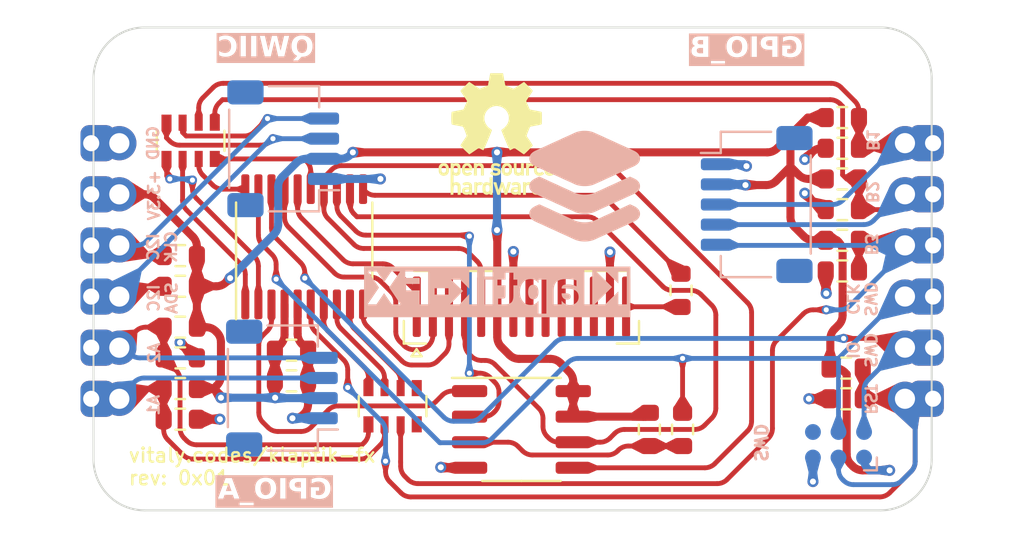
<source format=kicad_pcb>
(kicad_pcb (version 20221018) (generator pcbnew)
  (title_block (title "Klaptik-FX") (date "2023-01-15") (rev "0x01"))
  (layers (0 "F.Cu" signal) (1 "In1.Cu" signal) (2 "In2.Cu" signal) (31 "B.Cu" signal) (34 "B.Paste" user) (35 "F.Paste" user) (36 "B.SilkS" user "B.Silkscreen") (37 "F.SilkS" user "F.Silkscreen") (38 "B.Mask" user) (39 "F.Mask" user) (44 "Edge.Cuts" user))
  (net 0 "")
  (net 1 "VDD")
  (net 2 "GND")
  (net 3 "/RESET")
  (net 4 "/GPIO_A2")
  (net 5 "/GPIO_A1")
  (net 6 "/GPIO_B3")
  (net 7 "/GPIO_B2")
  (net 8 "/GPIO_B1")
  (net 9 "/I2C_SDA")
  (net 10 "/I2C_SCL")
  (net 11 "/SWD_IO")
  (net 12 "/SWD_CLK")
  (net 14 "/LCD_BLK")
  (net 15 "Net-(U2-LED_A)")
  (net 18 "Net-(RN1-R3.2)")
  (net 19 "Net-(RN1-R2.2)")
  (net 20 "Net-(RN1-R1.2)")
  (net 21 "Net-(RN2-R1.1)")
  (net 22 "Net-(RN2-R2.1)")
  (net 23 "Net-(RN2-R3.1)")
  (net 24 "Net-(RN2-R4.1)")
  (net 25 "/FLASH_CS")
  (net 26 "/LCD_A0")
  (net 27 "/SPI_CLK")
  (net 28 "/SPI_MISO")
  (net 29 "/SPI_MOSI")
  (net 30 "/LCD_CS")
  (net 31 "/LCD_RESET")
  (net 37 "Net-(U3-~{W})")
  (footprint "Resistor_SMD:R_0603_1608Metric" (layer "F.Cu") (at 146.495 100.838)
    (fp_text reference "R6" hide)
    (fp_text value "10KΩ")
  )
  (footprint "Resistor_SMD:R_0603_1608Metric" (layer "F.Cu") (at 119.126 107.823)
    (fp_text reference "C1" hide)
    (fp_text value "10uF")
  )
  (footprint "Resistor_SMD:R_0603_1608Metric" (layer "F.Cu") (at 146.495 102.362 180)
    (fp_text reference "C6" hide)
    (fp_text value "100nF")
  )
  (footprint "Footprints:SolderConnector" (layer "F.Cu") (at 149.606 102.362 90)
    (fp_text reference locked "J3" hide)
    (fp_text value "Conn_01x06")
  )
  (footprint "Package_SO:TSSOP-20_4.4x6.5mm_P0.65mm" (layer "F.Cu") (at 119.757 101.1605 90)
    (fp_text reference "U1" hide)
    (fp_text value "STM32G0xxFx")
  )
  (footprint "Resistor_SMD:R_0603_1608Metric" (layer "F.Cu") (at 136.906 110.236 -90)
    (fp_text reference "R10" hide)
    (fp_text value "10KΩ")
  )
  (footprint "Resistor_SMD:R_0603_1608Metric" (layer "F.Cu") (at 138.4808 103.3272 -90)
    (fp_text reference "R9" hide)
    (fp_text value "0Ω")
  )
  (footprint "Resistor_SMD:R_0603_1608Metric" (layer "F.Cu") (at 113.601 105.156 180)
    (fp_text reference "R4" hide)
    (fp_text value "10KΩ")
  )
  (footprint "Resistor_SMD:R_0603_1608Metric" (layer "F.Cu") (at 146.495 94.742)
    (fp_text reference "R8" hide)
    (fp_text value "10KΩ")
  )
  (footprint "Resistor_SMD:R_0603_1608Metric" (layer "F.Cu") (at 138.557 110.236 -90)
    (fp_text reference "R11" hide)
    (fp_text value "DNP")
  )
  (footprint "Resistor_SMD:R_0603_1608Metric" (layer "F.Cu") (at 113.601 106.68)
    (fp_text reference "C4" hide)
    (fp_text value "100nF")
  )
  (footprint "Resistor_SMD:R_0603_1608Metric" (layer "F.Cu") (at 146.495 96.266 180)
    (fp_text reference "C8" hide)
    (fp_text value "100nF")
  )
  (footprint "Resistor_SMD:R_0603_1608Metric" (layer "F.Cu") (at 119.126 106.299)
    (fp_text reference "C2" hide)
    (fp_text value "100nF")
  )
  (footprint "Footprints:SolderConnector" (layer "F.Cu") (at 110.572 102.365 -90)
    (fp_text reference "J4" hide)
    (fp_text value "Conn_01x06")
  )
  (footprint "Resistor_SMD:R_0603_1608Metric" (layer "F.Cu") (at 146.495 97.79)
    (fp_text reference "R7" hide)
    (fp_text value "10KΩ")
  )
  (footprint "Resistor_SMD:R_0603_1608Metric" (layer "F.Cu") (at 113.601 101.6 180)
    (fp_text reference "R1" hide)
    (fp_text value "4.7KΩ")
  )
  (footprint "Resistor_SMD:R_0603_1608Metric" (layer "F.Cu") (at 113.601 103.124 180)
    (fp_text reference "R2" hide)
    (fp_text value "4.7KΩ")
  )
  (footprint "Resistor_SMD:R_0603_1608Metric" (layer "F.Cu") (at 113.601 109.728)
    (fp_text reference "C5" hide)
    (fp_text value "100nF")
  )
  (footprint "Package_SO:SO-8_3.9x4.9mm_P1.27mm" (layer "F.Cu") (at 130.55 110.236)
    (fp_text reference "U3" hide)
    (fp_text value "M95M01-DF")
  )
  (footprint "Resistor_SMD:R_0603_1608Metric" (layer "F.Cu") (at 146.685 108.712 180)
    (fp_text reference "C3" hide)
    (fp_text value "100nF")
  )
  (footprint "Resistor_SMD:R_0603_1608Metric" (layer "F.Cu") (at 146.495 99.314 180)
    (fp_text reference "C7" hide)
    (fp_text value "100nF")
  )
  (footprint "Resistor_SMD:R_0603_1608Metric" (layer "F.Cu") (at 113.601 108.204 180)
    (fp_text reference "R5" hide)
    (fp_text value "10KΩ")
  )
  (footprint "Resistor_SMD:R_0603_1608Metric" (layer "F.Cu") (at 146.685 107.188)
    (fp_text reference "R3" hide)
    (fp_text value "10KΩ")
  )
  (footprint "@jb:LCD_FPC_1x14_P0.80mm" (layer "F.Cu") (at 130.55 104.648 180)
    (fp_text reference "U2" hide)
    (fp_text value "LCD12864")
  )
  (footprint "Symbol:OSHW-Logo_5.7x6mm_SilkScreen" (layer "F.Cu") (at 129.3114 95.5548)
    (fp_text reference "REF**" hide)
    (fp_text value "OSHW-Logo_5.7x6mm_SilkScreen" hide)
  )
  (footprint "Resistor_SMD:R_Array_Convex_4x0603" (layer "F.Cu") (at 114.116 95.896 90)
    (fp_text reference "RN2" hide)
    (fp_text value "190Ω")
  )
  (footprint "Resistor_SMD:R_Array_Convex_4x0603" (layer "F.Cu") (at 124.149 109.082 90)
    (fp_text reference "RN1" hide)
    (fp_text value "190Ω")
  )
  (footprint "Connector:Tag-Connect_TC2030-IDC-NL_2x03_P1.27mm_Vertical" (layer "B.Cu") (at 146.304 110.998 180)
    (fp_text reference "J2" hide)
    (fp_text value "TagConnect")
  )
  (footprint "Connector_JST:JST_SH_SM04B-SRSS-TB_1x04-1MP_P1.00mm_Horizontal" (layer "B.Cu") (at 118.715 96.29 90)
    (fp_text reference "J1" hide)
    (fp_text value "QWIIC")
  )
  (footprint "Connector_JST:JST_SH_SM04B-SRSS-TB_1x04-1MP_P1.00mm_Horizontal" (layer "B.Cu") (at 118.65 108.18 90)
    (fp_text reference "J6" hide)
    (fp_text value "IO_A")
  )
  (footprint "Connector_JST:JST_SH_SM05B-SRSS-TB_1x05-1MP_P1.00mm_Horizontal" (layer "B.Cu") (at 142.24 99.06 -90)
    (fp_text reference "J5" hide)
    (fp_text value "IO_B")
  )
  (gr_poly (pts (xy 133.755144 95.398301) (xy 133.818688 95.402673) (xy 133.881422 95.409959) (xy 133.942941 95.42016) (xy 134.002839 95.433276) (xy 134.060711 95.449306) (xy 134.116151 95.46825) (xy 134.168753 95.49011) (xy 136.144793 96.390619) (xy 136.162951 96.399208) (xy 136.183419 96.409673) (xy 136.205716 96.422055) (xy 136.229363 96.436394) (xy 136.253879 96.45273) (xy 136.278783 96.471105) (xy 136.303595 96.491558) (xy 136.327835 96.51413) (xy 136.339591 96.526223) (xy 136.351023 96.538861) (xy 136.362072 96.55205) (xy 136.372677 96.565793) (xy 136.382779 96.580096) (xy 136.392318 96.594965) (xy 136.401234 96.610404) (xy 136.409465 96.626418) (xy 136.416954 96.643013) (xy 136.423638 96.660193) (xy 136.429459 96.677964) (xy 136.434357 96.69633) (xy 136.43827 96.715297) (xy 136.44114 96.73487) (xy 136.442906 96.755053) (xy 136.443508 96.775852) (xy 136.442906 96.79665) (xy 136.44114 96.81683) (xy 136.43827 96.836398) (xy 136.434357 96.855358) (xy 136.429459 96.873715) (xy 136.423638 96.891476) (xy 136.416954 96.908645) (xy 136.409465 96.925228) (xy 136.401234 96.941229) (xy 136.392318 96.956655) (xy 136.382779 96.97151) (xy 136.372677 96.9858) (xy 136.362072 96.999529) (xy 136.351023 97.012704) (xy 136.327835 97.037409) (xy 136.303595 97.059958) (xy 136.278783 97.080393) (xy 136.253878 97.098755) (xy 136.229363 97.115087) (xy 136.205716 97.129431) (xy 136.183419 97.141828) (xy 136.144793 97.160953) (xy 134.186877 98.053657) (xy 134.160428 98.065143) (xy 134.133109 98.075889) (xy 134.10498 98.085893) (xy 134.076097 98.095156) (xy 134.046519 98.103678) (xy 134.016304 98.111458) (xy 133.985509 98.118498) (xy 133.954192 98.124797) (xy 133.922412 98.130355) (xy 133.890227 98.135172) (xy 133.857694 98.139247) (xy 133.824871 98.142582) (xy 133.791816 98.145176) (xy 133.758588 98.147028) (xy 133.725244 98.14814) (xy 133.691841 98.14851) (xy 133.658439 98.14814) (xy 133.625094 98.147028) (xy 133.591865 98.145176) (xy 133.558808 98.142582) (xy 133.525981 98.139247) (xy 133.493442 98.135172) (xy 133.461248 98.130355) (xy 133.429458 98.124797) (xy 133.398127 98.118498) (xy 133.367315 98.111458) (xy 133.337078 98.103678) (xy 133.307474 98.095156) (xy 133.278561 98.085893) (xy 133.250396 98.075889) (xy 133.223037 98.065143) (xy 133.196542 98.053657) (xy 131.238625 97.160821) (xy 131.220514 97.152255) (xy 131.200087 97.14181) (xy 131.177825 97.129447) (xy 131.154208 97.115124) (xy 131.129718 97.098803) (xy 131.104835 97.080442) (xy 131.080041 97.060002) (xy 131.055814 97.037442) (xy 131.044065 97.025355) (xy 131.032638 97.012723) (xy 131.021593 96.999541) (xy 131.010992 96.985805) (xy 131.000893 96.971508) (xy 130.991356 96.956646) (xy 130.982443 96.941214) (xy 130.974213 96.925207) (xy 130.966726 96.908621) (xy 130.960043 96.891449) (xy 130.954222 96.873687) (xy 130.949326 96.85533) (xy 130.945412 96.836374) (xy 130.942543 96.816812) (xy 130.940777 96.796639) (xy 130.940175 96.775852) (xy 130.940777 96.755066) (xy 130.942543 96.734896) (xy 130.945413 96.715337) (xy 130.949326 96.696385) (xy 130.954223 96.678033) (xy 130.960044 96.660277) (xy 130.966729 96.643111) (xy 130.974217 96.62653) (xy 130.982449 96.61053) (xy 130.991364 96.595104) (xy 131.000903 96.580248) (xy 131.011006 96.565956) (xy 131.021611 96.552223) (xy 131.03266 96.539045) (xy 131.055847 96.514328) (xy 131.080088 96.491765) (xy 131.1049 96.471314) (xy 131.129804 96.452933) (xy 131.15432 96.43658) (xy 131.177967 96.422214) (xy 131.200264 96.409793) (xy 131.23889 96.390619) (xy 133.213739 95.49011) (xy 133.266318 95.46825) (xy 133.321738 95.449306) (xy 133.379592 95.433276) (xy 133.439476 95.42016) (xy 133.500985 95.409959) (xy 133.563711 95.402673) (xy 133.62725 95.398301) (xy 133.691196 95.396844)) (fill solid) (layer "B.SilkS"))
  (gr_poly (pts (xy 136.143999 99.138052) (xy 136.182963 99.157282) (xy 136.205389 99.169737) (xy 136.22914 99.184141) (xy 136.253738 99.200537) (xy 136.278705 99.218966) (xy 136.303564 99.23947) (xy 136.327836 99.262092) (xy 136.351042 99.286873) (xy 136.362097 99.300087) (xy 136.372705 99.313857) (xy 136.382809 99.328187) (xy 136.392348 99.343083) (xy 136.401261 99.358551) (xy 136.409491 99.374596) (xy 136.416975 99.391222) (xy 136.423656 99.408436) (xy 136.429473 99.426242) (xy 136.434366 99.444646) (xy 136.438276 99.463653) (xy 136.441143 99.483268) (xy 136.442907 99.503496) (xy 136.443508 99.524344) (xy 136.442903 99.545191) (xy 136.441127 99.565421) (xy 136.438241 99.585037) (xy 136.434305 99.604046) (xy 136.42938 99.622451) (xy 136.423526 99.640259) (xy 136.416804 99.657474) (xy 136.409274 99.674102) (xy 136.400996 99.690147) (xy 136.39203 99.705615) (xy 136.382438 99.72051) (xy 136.37228 99.734838) (xy 136.361616 99.748604) (xy 136.350506 99.761812) (xy 136.33901 99.774469) (xy 136.327191 99.786579) (xy 136.302818 99.809178) (xy 136.277872 99.829651) (xy 136.252835 99.848037) (xy 136.228191 99.864379) (xy 136.204422 99.878716) (xy 136.182013 99.891089) (xy 136.161447 99.901539) (xy 136.143206 99.910106) (xy 134.186348 100.804001) (xy 134.15986 100.815524) (xy 134.132522 100.826327) (xy 134.10439 100.836407) (xy 134.07552 100.845762) (xy 134.045969 100.854387) (xy 134.015791 100.862279) (xy 133.985042 100.869435) (xy 133.953779 100.875852) (xy 133.922057 100.881526) (xy 133.889932 100.886455) (xy 133.857459 100.890634) (xy 133.824695 100.894061) (xy 133.791696 100.896732) (xy 133.758517 100.898644) (xy 133.725213 100.899793) (xy 133.691841 100.900177) (xy 133.658452 100.899793) (xy 133.6251 100.898644) (xy 133.591846 100.896733) (xy 133.558752 100.894063) (xy 133.52588 100.890638) (xy 133.493291 100.886462) (xy 133.461047 100.881537) (xy 133.429209 100.875868) (xy 133.39784 100.869458) (xy 133.367001 100.862311) (xy 133.336753 100.854429) (xy 133.307158 100.845817) (xy 133.278278 100.836478) (xy 133.250174 100.826415) (xy 133.222908 100.815632) (xy 133.196542 100.804133) (xy 131.238625 99.909974) (xy 131.200087 99.89093) (xy 131.177825 99.878528) (xy 131.154208 99.864156) (xy 131.129718 99.847776) (xy 131.104835 99.829351) (xy 131.080041 99.808843) (xy 131.055814 99.786215) (xy 131.032638 99.761429) (xy 131.021593 99.748215) (xy 131.010992 99.734447) (xy 131.000893 99.720121) (xy 130.991356 99.705232) (xy 130.982443 99.689775) (xy 130.974213 99.673746) (xy 130.966726 99.65714) (xy 130.960043 99.639952) (xy 130.954222 99.622178) (xy 130.949326 99.603812) (xy 130.945412 99.584851) (xy 130.942543 99.565288) (xy 130.940777 99.545121) (xy 130.940175 99.524344) (xy 130.940777 99.503566) (xy 130.942543 99.483399) (xy 130.945412 99.463837) (xy 130.949326 99.444875) (xy 130.954223 99.426509) (xy 130.960043 99.408734) (xy 130.966728 99.391546) (xy 130.974215 99.374939) (xy 130.982446 99.358909) (xy 130.99136 99.343451) (xy 131.000898 99.328561) (xy 131.010999 99.314233) (xy 131.021602 99.300464) (xy 131.032649 99.287247) (xy 131.044078 99.27458) (xy 131.055831 99.262456) (xy 131.080064 99.239821) (xy 131.104868 99.219304) (xy 131.129761 99.200868) (xy 131.154264 99.184476) (xy 131.177896 99.170089) (xy 131.200176 99.157669) (xy 131.220623 99.147179) (xy 131.238757 99.138581) (xy 131.440105 99.048094) (xy 131.953132 99.281986) (xy 133.1976 99.85084) (xy 133.224075 99.862349) (xy 133.251422 99.873115) (xy 133.27958 99.883136) (xy 133.308491 99.892414) (xy 133.338096 99.900949) (xy 133.368336 99.908741) (xy 133.399151 99.915789) (xy 133.430483 99.922095) (xy 133.462272 99.927659) (xy 133.494459 99.93248) (xy 133.526985 99.936558) (xy 133.559792 99.939895) (xy 133.592819 99.94249) (xy 133.626008 99.944343) (xy 133.6593 99.945455) (xy 133.692635 99.945825) (xy 133.725972 99.945453) (xy 133.759268 99.944338) (xy 133.792465 99.942478) (xy 133.825502 99.939876) (xy 133.85832 99.936532) (xy 133.89086 99.932445) (xy 133.923064 99.927616) (xy 133.95487 99.922046) (xy 133.986221 99.915735) (xy 134.017057 99.908683) (xy 134.047319 99.900891) (xy 134.076947 99.892359) (xy 134.105882 99.883087) (xy 134.134064 99.873077) (xy 134.161435 99.862327) (xy 134.187935 99.85084) (xy 135.431477 99.282647) (xy 135.944371 99.048094)) (fill solid) (layer "B.SilkS"))
  (gr_poly (pts (xy 136.143999 97.762351) (xy 136.182963 97.781521) (xy 136.205389 97.793941) (xy 136.22914 97.808308) (xy 136.253738 97.824667) (xy 136.278705 97.84306) (xy 136.303564 97.863532) (xy 136.327836 97.886126) (xy 136.351042 97.910887) (xy 136.362097 97.924092) (xy 136.372705 97.937856) (xy 136.382809 97.952183) (xy 136.392348 97.967078) (xy 136.401261 97.982548) (xy 136.409491 97.998597) (xy 136.416975 98.015231) (xy 136.423656 98.032456) (xy 136.429473 98.050277) (xy 136.434366 98.068699) (xy 136.438276 98.087728) (xy 136.441143 98.107369) (xy 136.442907 98.127628) (xy 136.443508 98.14851) (xy 136.442903 98.169394) (xy 136.441127 98.189658) (xy 136.438241 98.209306) (xy 136.434305 98.228344) (xy 136.429381 98.246777) (xy 136.423527 98.264611) (xy 136.416805 98.28185) (xy 136.409276 98.2985) (xy 136.400998 98.314566) (xy 136.392034 98.330053) (xy 136.382444 98.344967) (xy 136.372287 98.359311) (xy 136.361624 98.373093) (xy 136.350517 98.386316) (xy 136.339024 98.398987) (xy 136.327207 98.411109) (xy 136.302842 98.433732) (xy 136.277905 98.454226) (xy 136.252878 98.472632) (xy 136.228247 98.488992) (xy 136.204494 98.503348) (xy 136.182102 98.51574) (xy 136.161556 98.526211) (xy 136.143338 98.534802) (xy 134.187141 99.429226) (xy 134.160651 99.440737) (xy 134.133308 99.451507) (xy 134.105167 99.461535) (xy 134.076283 99.470821) (xy 134.046712 99.479366) (xy 134.016508 99.487169) (xy 133.985727 99.49423) (xy 133.954424 99.500548) (xy 133.922655 99.506123) (xy 133.890474 99.510956) (xy 133.857937 99.515046) (xy 133.825099 99.518393) (xy 133.792015 99.520996) (xy 133.758741 99.522856) (xy 133.725331 99.523972) (xy 133.691841 99.524344) (xy 133.658343 99.523972) (xy 133.62491 99.522855) (xy 133.5916 99.520995) (xy 133.558473 99.518391) (xy 133.525587 99.515042) (xy 133.493 99.510949) (xy 133.460772 99.506112) (xy 133.428962 99.500531) (xy 133.397627 99.494206) (xy 133.366827 99.487137) (xy 133.33662 99.479323) (xy 133.307065 99.470766) (xy 133.278221 99.461464) (xy 133.250147 99.451418) (xy 133.222901 99.440628) (xy 133.196542 99.429094) (xy 131.238625 98.534405) (xy 131.200087 98.515312) (xy 131.177825 98.502885) (xy 131.154208 98.48849) (xy 131.129718 98.472087) (xy 131.104835 98.45364) (xy 131.080041 98.433112) (xy 131.055814 98.410464) (xy 131.032638 98.385661) (xy 131.021593 98.372438) (xy 131.010992 98.358663) (xy 131.000893 98.344329) (xy 130.991356 98.329434) (xy 130.982443 98.313971) (xy 130.974213 98.297936) (xy 130.966726 98.281325) (xy 130.960043 98.264132) (xy 130.954222 98.246354) (xy 130.949326 98.227985) (xy 130.945412 98.209021) (xy 130.942543 98.189457) (xy 130.940777 98.169288) (xy 130.940175 98.14851) (xy 130.940777 98.127733) (xy 130.942543 98.107566) (xy 130.945412 98.088003) (xy 130.949326 98.069042) (xy 130.954223 98.050676) (xy 130.960043 98.032901) (xy 130.966728 98.015712) (xy 130.974215 97.999106) (xy 130.982446 97.983076) (xy 130.99136 97.967618) (xy 131.000898 97.952728) (xy 131.010999 97.9384) (xy 131.021602 97.92463) (xy 131.032649 97.911414) (xy 131.044078 97.898746) (xy 131.055831 97.886623) (xy 131.080064 97.863987) (xy 131.104868 97.843471) (xy 131.129761 97.825035) (xy 131.154264 97.808643) (xy 131.177896 97.794256) (xy 131.200176 97.781836) (xy 131.220623 97.771346) (xy 131.238757 97.762748) (xy 131.440105 97.672261) (xy 131.953132 97.906946) (xy 133.1976 98.4758) (xy 133.224075 98.487333) (xy 133.251422 98.498119) (xy 133.27958 98.508158) (xy 133.308491 98.517451) (xy 133.338096 98.525999) (xy 133.368336 98.533801) (xy 133.399151 98.540858) (xy 133.430483 98.547171) (xy 133.462272 98.55274) (xy 133.494459 98.557565) (xy 133.526985 98.561647) (xy 133.559792 98.564985) (xy 133.592819 98.567581) (xy 133.626008 98.569435) (xy 133.6593 98.570547) (xy 133.692635 98.570918) (xy 133.725972 98.570547) (xy 133.759268 98.569435) (xy 133.792465 98.567581) (xy 133.825502 98.564985) (xy 133.85832 98.561647) (xy 133.89086 98.557565) (xy 133.923064 98.55274) (xy 133.95487 98.547171) (xy 133.986221 98.540858) (xy 134.017057 98.533801) (xy 134.047319 98.525999) (xy 134.076947 98.517451) (xy 134.105882 98.508158) (xy 134.134064 98.498119) (xy 134.161435 98.487333) (xy 134.187935 98.4758) (xy 135.431477 97.906946) (xy 135.944371 97.672261)) (fill solid) (layer "B.SilkS"))
  (gr_line (start 150.934148 92.804252) (end 150.934149 111.716549) (stroke (width 0.1)) (layer "Edge.Cuts"))
  (gr_line (start 148.394149 114.256549) (end 111.828851 114.256549) (stroke (width 0.1)) (layer "Edge.Cuts"))
  (gr_arc (start 111.828851 114.256549) (mid 110.0328 113.5126) (end 109.288851 111.716549) (stroke (width 0.1)) (layer "Edge.Cuts"))
  (gr_arc (start 109.288851 92.804251) (mid 110.032799 91.008199) (end 111.828851 90.264251) (stroke (width 0.1)) (layer "Edge.Cuts"))
  (gr_arc (start 148.394148 90.264252) (mid 150.1902 91.0082) (end 150.934148 92.804252) (stroke (width 0.1)) (layer "Edge.Cuts"))
  (gr_line (start 111.828851 90.264251) (end 148.394148 90.264252) (stroke (width 0.1)) (layer "Edge.Cuts"))
  (gr_arc (start 150.934149 111.716549) (mid 150.1902 113.5126) (end 148.394149 114.256549) (stroke (width 0.1)) (layer "Edge.Cuts"))
  (gr_line (start 109.288851 111.716549) (end 109.288851 92.804251) (stroke (width 0.1)) (layer "Edge.Cuts"))
  (gr_text "I2C\nSDA" (at 113.4872 103.7082 90) (layer "B.SilkS") (effects (font (size 0.55 0.55) (thickness 0.12) bold) (justify bottom mirror)))
  (gr_text "RST" (at 147.574 108.7374 270) (layer "B.SilkS") (effects (font (size 0.55 0.55) (thickness 0.12) bold) (justify bottom mirror)))
  (gr_text "+3.3V" (at 112.6236 98.6028 90) (layer "B.SilkS") (effects (font (size 0.55 0.55) (thickness 0.12) bold) (justify bottom mirror)))
  (gr_text "A2" (at 112.6236 105.8672 90) (layer "B.SilkS") (effects (font (size 0.55 0.55) (thickness 0.12) bold) (justify left bottom mirror)))
  (gr_text "Klaptik-FX\n" (at 135.9916 104.2924) (layer "B.SilkS" knockout) (effects (font (size 1.6 1.6) (thickness 0.3) bold) (justify left bottom mirror)))
  (gr_text "SWD\nIO" (at 146.685 106.299 270) (layer "B.SilkS") (effects (font (size 0.55 0.55) (thickness 0.12) bold) (justify bottom mirror)))
  (gr_text "QWIIC" (at 120.2436 91.8718) (layer "B.SilkS" knockout) (effects (font (size 1 1) (thickness 0.25) bold) (justify left bottom mirror)))
  (gr_text "B2" (at 147.6502 99.06 270) (layer "B.SilkS") (effects (font (size 0.55 0.55) (thickness 0.12) bold) (justify left bottom mirror)))
  (gr_text "B3" (at 147.5994 101.0412 270) (layer "B.SilkS") (effects (font (size 0.55 0.55) (thickness 0.12) bold) (justify bottom mirror)))
  (gr_text "SWD\nCLK" (at 146.685 103.759 270) (layer "B.SilkS") (effects (font (size 0.55 0.55) (thickness 0.12) bold) (justify bottom mirror)))
  (gr_text "GPIO_A" (at 121.1326 113.8428) (layer "B.SilkS" knockout) (effects (font (size 1 1) (thickness 0.25) bold) (justify left bottom mirror)))
  (gr_text "I2C\nCLK" (at 113.4618 101.1682 90) (layer "B.SilkS") (effects (font (size 0.55 0.55) (thickness 0.12) bold) (justify bottom mirror)))
  (gr_text "B1" (at 147.6756 96.4692 270) (layer "B.SilkS") (effects (font (size 0.55 0.55) (thickness 0.12) bold) (justify left bottom mirror)))
  (gr_text "A1" (at 112.5982 108.458 90) (layer "B.SilkS") (effects (font (size 0.55 0.55) (thickness 0.12) bold) (justify left bottom mirror)))
  (gr_text "GPIO_B" (at 144.5514 91.8972) (layer "B.SilkS" knockout) (effects (font (size 1 1) (thickness 0.25) bold) (justify left bottom mirror)))
  (gr_text "SWD" (at 142.0876 111.9124 -90) (layer "B.SilkS") (effects (font (size 0.6 0.6) (thickness 0.14) bold) (justify left bottom mirror)))
  (gr_text "GND" (at 112.5728 96.012 90) (layer "B.SilkS") (effects (font (size 0.55 0.55) (thickness 0.12) bold) (justify bottom mirror)))
  (gr_text "vitaly.codes/klaptik-fx\nrev: 0x01" (at 110.9726 113.0554) (layer "F.SilkS") (effects (font (size 0.7 0.7) (thickness 0.12) bold) (justify left bottom)))
  (segment (start 115.2652 108.204) (end 114.426 108.204) (width 0.4) (layer "F.Cu") (net 1))
  (segment (start 131.993251 106.7308) (end 130.439549 106.7308) (width 0.4) (layer "F.Cu") (net 1))
  (segment (start 146.2278 100.838) (end 146.302175 100.912375) (width 0.4) (layer "F.Cu") (net 1))
  (segment (start 143.257826 96.264174) (end 144.78 94.742) (width 0.4) (layer "F.Cu") (net 1))
  (segment (start 115.415774 108.053426) (end 115.2652 108.204) (width 0.4) (layer "F.Cu") (net 1))
  (segment (start 145.67 94.742) (end 144.78 94.742) (width 0.4) (layer "F.Cu") (net 1))
  (segment (start 118.301 106.299) (end 118.301 107.823) (width 0.4) (layer "F.Cu") (net 1))
  (segment (start 114.426 105.156) (end 114.873651 105.156) (width 0.4) (layer "F.Cu") (net 1))
  (segment (start 141.6812 98.0948) (end 142.712051 98.0948) (width 0.4) (layer "F.Cu") (net 1))
  (segment (start 118.576974 106.023026) (end 118.301 106.299) (width 0.4) (layer "F.Cu") (net 1))
  (segment (start 115.368626 105.361026) (end 115.415775 105.408175) (width 0.4) (layer "F.Cu") (net 1))
  (segment (start 115.381651 103.124) (end 114.426 103.124) (width 0.4) (layer "F.Cu") (net 1))
  (segment (start 115.6208 105.903149) (end 115.6208 107.558451) (width 0.4) (layer "F.Cu") (net 1))
  (segment (start 132.919974 107.367574) (end 132.488225 106.935825) (width 0.4) (layer "F.Cu") (net 1))
  (segment (start 147.508349 112.268) (end 148.844 112.268) (width 0.4) (layer "F.Cu") (net 1))
  (segment (start 118.782 104.023) (end 118.782 105.528051) (width 0.4) (layer "F.Cu") (net 1))
  (segment (start 114.220974 100.657374) (end 112.323625 98.760025) (width 0.4) (layer "F.Cu") (net 1))
  (segment (start 133.125 108.331) (end 133.125 107.862549) (width 0.4) (layer "F.Cu") (net 1))
  (segment (start 111.828651 98.555) (end 110.849 98.555) (width 0.4) (layer "F.Cu") (net 1))
  (segment (start 146.610626 107.393026) (end 146.7104 107.4928) (width 0.4) (layer "F.Cu") (net 1))
  (segment (start 146.7104 107.4928) (end 146.7104 111.470051) (width 0.4) (layer "F.Cu") (net 1))
  (segment (start 129.35 105.641251) (end 129.35 104.14) (width 0.4) (layer "F.Cu") (net 1))
  (segment (start 143.9164 99.684451) (end 143.9164 97.1804) (width 0.4) (layer "F.Cu") (net 1))
  (segment (start 146.915426 111.965026) (end 147.013375 112.062975) (width 0.4) (layer "F.Cu") (net 1))
  (segment (start 145.8976 105.750749) (end 145.8976 107.1504) (width 0.4) (layer "F.Cu") (net 1))
  (segment (start 118.301 108.649) (end 118.301 107.823) (width 0.4) (layer "F.Cu") (net 1))
  (segment (start 145.86 107.188) (end 146.115651 107.188) (width 0.4) (layer "F.Cu") (net 1))
  (segment (start 116.078 102.7176) (end 115.876625 102.918975) (width 0.4) (layer "F.Cu") (net 1))
  (segment (start 115.6208 108.5596) (end 115.2652 108.204) (width 0.4) (layer "F.Cu") (net 1))
  (segment (start 133.125 109.601) (end 136.716 109.601) (width 0.4) (layer "F.Cu") (net 1))
  (segment (start 122.174 96.4692) (end 129.3368 96.4692) (width 0.4) (layer "F.Cu") (net 1))
  (segment (start 133.125 108.331) (end 133.125 109.601) (width 0.4) (layer "F.Cu") (net 1))
  (segment (start 144.78 94.742) (end 144.121425 95.400575) (width 0.4) (layer "F.Cu") (net 1))
  (segment (start 129.35 104.14) (end 129.35 100.3432) (width 0.4) (layer "F.Cu") (net 1))
  (segment (start 129.3368 96.4692) (end 142.762851 96.4692) (width 0.4) (layer "F.Cu") (net 1))
  (segment (start 129.35 100.3432) (end 129.3368 100.33) (width 0.4) (layer "F.Cu") (net 1))
  (segment (start 129.944574 106.525774) (end 129.555025 106.136225) (width 0.4) (layer "F.Cu") (net 1))
  (segment (start 145.67 100.838) (end 146.2278 100.838) (width 0.4) (layer "F.Cu") (net 1))
  (segment (start 146.302174 105.056226) (end 146.102625 105.255775) (width 0.4) (layer "F.Cu") (net 1))
  (segment (start 145.67 100.838) (end 145.069949 100.838) (width 0.4) (layer "F.Cu") (net 1))
  (segment (start 143.9164 97.1804) (end 144.320975 97.584975) (width 0.4) (layer "F.Cu") (net 1))
  (segment (start 136.716 109.601) (end 136.906 109.411) (width 0.4) (layer "F.Cu") (net 1))
  (segment (start 143.207026 97.889774) (end 143.9164 97.1804) (width 0.4) (layer "F.Cu") (net 1))
  (segment (start 144.574974 100.632974) (end 144.121425 100.179425) (width 0.4) (layer "F.Cu") (net 1))
  (segment (start 114.426 103.124) (end 114.426 105.156) (width 0.4) (layer "F.Cu") (net 1))
  (segment (start 114.426 101.6) (end 114.426 103.124) (width 0.4) (layer "F.Cu") (net 1))
  (segment (start 115.6208 108.6612) (end 115.6208 108.5596) (width 0.4) (layer "F.Cu") (net 1))
  (segment (start 114.426 101.6) (end 114.426 101.152349) (width 0.4) (layer "F.Cu") (net 1))
  (segment (start 143.9164 95.895549) (end 143.9164 97.1804) (width 0.4) (layer "F.Cu") (net 1))
  (segment (start 146.5072 101.407349) (end 146.5072 104.561251) (width 0.4) (layer "F.Cu") (net 1))
  (segment (start 118.3132 108.6612) (end 118.301 108.649) (width 0.4) (layer "F.Cu") (net 1))
  (segment (start 144.815949 97.79) (end 145.67 97.79) (width 0.4) (layer "F.Cu") (net 1))
  (via (at 122.174 96.4692) (size 0.55) (drill 0.3) (layers "F.Cu" "B.Cu") (net 1))
  (via (at 148.844 112.268) (size 0.55) (drill 0.3) (layers "F.Cu" "B.Cu") (net 1))
  (via (at 116.078 102.7176) (size 0.55) (drill 0.3) (layers "F.Cu" "B.Cu") (net 1))
  (via (at 141.6812 98.0948) (size 0.55) (drill 0.3) (layers "F.Cu" "B.Cu") (net 1))
  (via (at 129.3368 100.33) (size 0.55) (drill 0.3) (layers "F.Cu" "B.Cu") (net 1))
  (via (at 129.3368 96.4692) (size 0.55) (drill 0.3) (layers "F.Cu" "B.Cu") (net 1))
  (via (at 118.3132 108.6612) (size 0.55) (drill 0.3) (layers "F.Cu" "B.Cu") (net 1))
  (via (at 115.6208 108.6612) (size 0.55) (drill 0.3) (layers "F.Cu" "B.Cu") (net 1))
  (arc (start 132.488225 106.935825) (mid 132.261129 106.784085) (end 131.993251 106.7308) (width 0.4) (layer "F.Cu") (net 1))
  (arc (start 114.873651 105.156) (mid 115.14153 105.209284) (end 115.368626 105.361026) (width 0.4) (layer "F.Cu") (net 1))
  (arc (start 142.762851 96.4692) (mid 143.03073 96.415916) (end 143.257826 96.264174) (width 0.4) (layer "F.Cu") (net 1))
  (arc (start 112.323625 98.760025) (mid 112.096529 98.608285) (end 111.828651 98.555) (width 0.4) (layer "F.Cu") (net 1))
  (arc (start 144.121425 95.400575) (mid 143.969685 95.627671) (end 143.9164 95.895549) (width 0.4) (layer "F.Cu") (net 1))
  (arc (start 144.815949 97.79) (mid 144.548071 97.736716) (end 144.320975 97.584975) (width 0.4) (layer "F.Cu") (net 1))
  (arc (start 132.919974 107.367574) (mid 133.071715 107.59467) (end 133.125 107.862549) (width 0.4) (layer "F.Cu") (net 1))
  (arc (start 115.415775 105.408175) (mid 115.567515 105.635271) (end 115.6208 105.903149) (width 0.4) (layer "F.Cu") (net 1))
  (arc (start 146.102625 105.255775) (mid 145.950885 105.482871) (end 145.8976 105.750749) (width 0.4) (layer "F.Cu") (net 1))
  (arc (start 147.013375 112.062975) (mid 147.240471 112.214715) (end 147.508349 112.268) (width 0.4) (layer "F.Cu") (net 1))
  (arc (start 129.555025 106.136225) (mid 129.403285 105.909129) (end 129.35 105.641251) (width 0.4) (layer "F.Cu") (net 1))
  (arc (start 129.944574 106.525774) (mid 130.17167 106.677515) (end 130.439549 106.7308) (width 0.4) (layer "F.Cu") (net 1))
  (arc (start 144.121425 100.179425) (mid 143.969685 99.952329) (end 143.9164 99.684451) (width 0.4) (layer "F.Cu") (net 1))
  (arc (start 146.115651 107.188) (mid 146.38353 107.241284) (end 146.610626 107.393026) (width 0.4) (layer "F.Cu") (net 1))
  (arc (start 114.426 101.152349) (mid 114.372716 100.88447) (end 114.220974 100.657374) (width 0.4) (layer "F.Cu") (net 1))
  (arc (start 146.5072 104.561251) (mid 146.453916 104.82913) (end 146.302174 105.056226) (width 0.4) (layer "F.Cu") (net 1))
  (arc (start 146.5072 101.407349) (mid 146.453916 101.139471) (end 146.302175 100.912375) (width 0.4) (layer "F.Cu") (net 1))
  (arc (start 115.415774 108.053426) (mid 115.567515 107.82633) (end 115.6208 107.558451) (width 0.4) (layer "F.Cu") (net 1))
  (arc (start 118.576974 106.023026) (mid 118.728715 105.79593) (end 118.782 105.528051) (width 0.4) (layer "F.Cu") (net 1))
  (arc (start 115.876625 102.918975) (mid 115.649529 103.070715) (end 115.381651 103.124) (width 0.4) (layer "F.Cu") (net 1))
  (arc (start 143.207026 97.889774) (mid 142.97993 98.041515) (end 142.712051 98.0948) (width 0.4) (layer "F.Cu") (net 1))
  (arc (start 144.574974 100.632974) (mid 144.80207 100.784715) (end 145.069949 100.838) (width 0.4) (layer "F.Cu") (net 1))
  (arc (start 146.915426 111.965026) (mid 146.763685 111.73793) (end 146.7104 111.470051) (width 0.4) (layer "F.Cu") (net 1))
  (segment (start 129.3368 100.33) (end 129.3368 96.4692) (width 0.4) (layer "B.Cu") (net 1))
  (segment (start 118.3132 108.6612) (end 115.6208 108.6612) (width 0.4) (layer "B.Cu") (net 1))
  (segment (start 118.670626 97.686574) (end 119.362175 96.995025) (width 0.4) (layer "B.Cu") (net 1))
  (segment (start 140.24 98.06) (end 141.6464 98.06) (width 0.4) (layer "B.Cu") (net 1))
  (segment (start 116.078 102.7176) (end 118.260575 100.535025) (width 0.4) (layer "B.Cu") (net 1))
  (segment (start 147.574 111.633) (end 147.574 111.724051) (width 0.4) (layer "B.Cu") (net 1))
  (segment (start 141.6464 98.06) (end 141.6812 98.0948) (width 0.4) (layer "B.Cu") (net 1))
  (segment (start 121.563251 96.79) (end 120.715 96.79) (width 0.4) (layer "B.Cu") (net 1))
  (segment (start 119.857149 96.79) (end 120.715 96.79) (width 0.4) (layer "B.Cu") (net 1))
  (segment (start 147.828 112.268) (end 148.844 112.268) (width 0.4) (layer "B.Cu") (net 1))
  (segment (start 122.174 96.4692) (end 122.058225 96.584975) (width 0.4) (layer "B.Cu") (net 1))
  (segment (start 118.4656 100.040051) (end 118.4656 98.181549) (width 0.4) (layer "B.Cu") (net 1))
  (segment (start 118.3132 108.6612) (end 118.332 108.68) (width 0.4) (layer "B.Cu") (net 1))
  (segment (start 118.332 108.68) (end 120.65 108.68) (width 0.4) (layer "B.Cu") (net 1))
  (segment (start 147.779026 112.219026) (end 147.828 112.268) (width 0.4) (layer "B.Cu") (net 1))
  (arc (start 122.058225 96.584975) (mid 121.831129 96.736715) (end 121.563251 96.79) (width 0.4) (layer "B.Cu") (net 1))
  (arc (start 118.670626 97.686574) (mid 118.518885 97.91367) (end 118.4656 98.181549) (width 0.4) (layer "B.Cu") (net 1))
  (arc (start 147.779026 112.219026) (mid 147.627285 111.99193) (end 147.574 111.724051) (width 0.4) (layer "B.Cu") (net 1))
  (arc (start 118.4656 100.040051) (mid 118.412316 100.307929) (end 118.260575 100.535025) (width 0.4) (layer "B.Cu") (net 1))
  (arc (start 119.362175 96.995025) (mid 119.589271 96.843285) (end 119.857149 96.79) (width 0.4) (layer "B.Cu") (net 1))
  (segment (start 134.95 101.422) (end 134.95 104.14) (width 0.4) (layer "F.Cu") (net 2))
  (segment (start 127.975 112.141) (end 126.5682 112.141) (width 0.4) (layer "F.Cu") (net 2))
  (segment (start 119.734626 109.474974) (end 119.745975 109.463625) (width 0.4) (layer "F.Cu") (net 2))
  (segment (start 119.174 109.68) (end 119.239651 109.68) (width 0.4) (layer "F.Cu") (net 2))
  (segment (start 126.5682 112.141) (end 126.5428 112.1156) (width 0.4) (layer "F.Cu") (net 2))
  (segment (start 145.6944 103.4796) (end 145.67 103.4552) (width 0.4) (layer "F.Cu") (net 2))
  (segment (start 114.426 109.728) (end 115.57 109.728) (width 0.4) (layer "F.Cu") (net 2))
  (segment (start 119.951 106.299) (end 119.951 107.823) (width 0.4) (layer "F.Cu") (net 2))
  (segment (start 119.432 104.023) (end 119.432 105.490051) (width 0.4) (layer "F.Cu") (net 2))
  (segment (start 130.15 101.3968) (end 130.15 104.14) (width 0.4) (layer "F.Cu") (net 2))
  (segment (start 145.86 108.712) (end 144.8308 108.712) (width 0.4) (layer "F.Cu") (net 2))
  (segment (start 145.67 103.4552) (end 145.67 102.362) (width 0.4) (layer "F.Cu") (net 2))
  (segment (start 145.4404 99.314) (end 144.6276 98.5012) (width 0.4) (layer "F.Cu") (net 2))
  (segment (start 145.476349 96.266) (end 145.67 96.266) (width 0.4) (layer "F.Cu") (net 2))
  (segment (start 119.637026 105.985026) (end 119.951 106.299) (width 0.4) (layer "F.Cu") (net 2))
  (segment (start 114.3508 106.68) (end 113.5888 105.918) (width 0.4) (layer "F.Cu") (net 2))
  (segment (start 144.6276 96.8248) (end 144.981375 96.471025) (width 0.4) (layer "F.Cu") (net 2))
  (segment (start 119.951 108.968651) (end 119.951 107.823) (width 0.4) (layer "F.Cu") (net 2))
  (via (at 134.95 101.422) (size 0.55) (drill 0.3) (layers "F.Cu" "B.Cu") (net 2))
  (via (at 144.8308 108.712) (size 0.55) (drill 0.3) (layers "F.Cu" "B.Cu") (net 2))
  (via (at 115.57 109.728) (size 0.55) (drill 0.3) (layers "F.Cu" "B.Cu") (net 2))
  (via (at 119.174 109.68) (size 0.55) (drill 0.3) (layers "F.Cu" "B.Cu") (net 2))
  (via (at 145.034 112.8268) (size 0.55) (drill 0.3) (layers "F.Cu" "B.Cu") (net 2))
  (via (at 123.5456 97.79) (size 0.55) (drill 0.3) (layers "F.Cu" "B.Cu") (net 2))
  (via (at 130.15 101.3968) (size 0.55) (drill 0.3) (layers "F.Cu" "B.Cu") (net 2))
  (via (at 145.6944 103.4796) (size 0.55) (drill 0.3) (layers "F.Cu" "B.Cu") (net 2))
  (via (at 113.5888 105.918) (size 0.55) (drill 0.3) (layers "F.Cu" "B.Cu") (net 2))
  (via (at 126.5428 112.1156) (size 0.55) (drill 0.3) (layers "F.Cu" "B.Cu") (net 2))
  (via (at 144.6276 96.8248) (size 0.55) (drill 0.3) (layers "F.Cu" "B.Cu") (net 2))
  (via (at 141.732 97.155) (size 0.55) (drill 0.3) (layers "F.Cu" "B.Cu") (net 2))
  (via (at 144.6276 98.5012) (size 0.55) (drill 0.3) (layers "F.Cu" "B.Cu") (net 2))
  (arc (start 119.745975 109.463625) (mid 119.897715 109.236529) (end 119.951 108.968651) (width 0.4) (layer "F.Cu") (net 2))
  (arc (start 119.637026 105.985026) (mid 119.485285 105.75793) (end 119.432 105.490051) (width 0.4) (layer "F.Cu") (net 2))
  (arc (start 145.476349 96.266) (mid 145.208471 96.319284) (end 144.981375 96.471025) (width 0.4) (layer "F.Cu") (net 2))
  (arc (start 119.239651 109.68) (mid 119.50753 109.626716) (end 119.734626 109.474974) (width 0.4) (layer "F.Cu") (net 2))
  (segment (start 141.732 97.155) (end 141.637 97.06) (width 0.4) (layer "B.Cu") (net 2))
  (segment (start 119.6312 109.68) (end 119.634 109.6772) (width 0.4) (layer "B.Cu") (net 2))
  (segment (start 141.637 97.06) (end 140.24 97.06) (width 0.4) (layer "B.Cu") (net 2))
  (segment (start 123.5456 97.79) (end 120.715 97.79) (width 0.4) (layer "B.Cu") (net 2))
  (segment (start 119.634 109.6772) (end 119.6368 109.68) (width 0.4) (layer "B.Cu") (net 2))
  (segment (start 119.6368 109.68) (end 120.65 109.68) (width 0.4) (layer "B.Cu") (net 2))
  (segment (start 119.174 109.68) (end 119.6312 109.68) (width 0.4) (layer "B.Cu") (net 2))
  (segment (start 145.034 111.633) (end 145.034 112.8268) (width 0.4) (layer "B.Cu") (net 2))
  (segment (start 150.114 111.825651) (end 150.114 108.712) (width 0.24) (layer "F.Cu") (net 3))
  (segment (start 125.054749 113.5888) (end 148.350851 113.5888) (width 0.24) (layer "F.Cu") (net 3))
  (segment (start 147.51 108.712) (end 149.379 108.712) (width 0.24) (layer "F.Cu") (net 3))
  (segment (start 121.714974 106.779774) (end 120.296225 105.361025) (width 0.24) (layer "F.Cu") (net 3))
  (segment (start 120.082 104.7428) (end 120.082 104.023) (width 0.24) (layer "F.Cu") (net 3))
  (segment (start 124.004626 112.828626) (end 124.559775 113.383775) (width 0.24) (layer "F.Cu") (net 3))
  (segment (start 148.845826 113.383774) (end 149.908975 112.320625) (width 0.24) (layer "F.Cu") (net 3))
  (segment (start 121.92 108.1532) (end 121.92 107.274749) (width 0.24) (layer "F.Cu") (net 3))
  (segment (start 123.7996 111.8108) (end 123.7996 112.333651) (width 0.24) (layer "F.Cu") (net 3))
  (segment (start 120.0912 104.752) (end 120.082 104.7428) (width 0.24) (layer "F.Cu") (net 3))
  (segment (start 120.0912 104.866051) (end 120.0912 104.752) (width 0.24) (layer "F.Cu") (net 3))
  (segment (start 147.51 107.188) (end 147.51 108.712) (width 0.24) (layer "F.Cu") (net 3))
  (via (at 123.7996 111.8108) (size 0.4572) (drill 0.254) (layers "F.Cu" "B.Cu") (net 3))
  (via (at 121.92 108.1532) (size 0.4572) (drill 0.254) (layers "F.Cu" "B.Cu") (net 3))
  (arc (start 124.004626 112.828626) (mid 123.852885 112.60153) (end 123.7996 112.333651) (width 0.24) (layer "F.Cu") (net 3))
  (arc (start 120.296225 105.361025) (mid 120.144485 105.133929) (end 120.0912 104.866051) (width 0.24) (layer "F.Cu") (net 3))
  (arc (start 121.714974 106.779774) (mid 121.866715 107.00687) (end 121.92 107.274749) (width 0.24) (layer "F.Cu") (net 3))
  (arc (start 125.054749 113.5888) (mid 124.786871 113.535516) (end 124.559775 113.383775) (width 0.24) (layer "F.Cu") (net 3))
  (arc (start 148.350851 113.5888) (mid 148.61873 113.535516) (end 148.845826 113.383774) (width 0.24) (layer "F.Cu") (net 3))
  (arc (start 150.114 111.825651) (mid 150.060716 112.093529) (end 149.908975 112.320625) (width 0.24) (layer "F.Cu") (net 3))
  (segment (start 149.455426 112.774174) (end 149.908975 112.320625) (width 0.24) (layer "B.Cu") (net 3))
  (segment (start 121.92 108.1532) (end 123.594575 109.827775) (width 0.24) (layer "B.Cu") (net 3))
  (segment (start 146.304 111.633) (end 146.304 112.232051) (width 0.24) (layer "B.Cu") (net 3))
  (segment (start 147.051149 112.9792) (end 148.960451 112.9792) (width 0.24) (layer "B.Cu") (net 3))
  (segment (start 146.509026 112.727026) (end 146.556175 112.774175) (width 0.24) (layer "B.Cu") (net 3))
  (segment (start 150.114 111.825651) (end 150.114 108.712) (width 0.24) (layer "B.Cu") (net 3))
  (segment (start 123.7996 110.322749) (end 123.7996 111.8108) (width 0.24) (layer "B.Cu") (net 3))
  (arc (start 150.114 111.825651) (mid 150.060716 112.093529) (end 149.908975 112.320625) (width 0.24) (layer "B.Cu") (net 3))
  (arc (start 148.960451 112.9792) (mid 149.22833 112.925916) (end 149.455426 112.774174) (width 0.24) (layer "B.Cu") (net 3))
  (arc (start 147.051149 112.9792) (mid 146.783271 112.925916) (end 146.556175 112.774175) (width 0.24) (layer "B.Cu") (net 3))
  (arc (start 146.304 112.232051) (mid 146.357284 112.49993) (end 146.509026 112.727026) (width 0.24) (layer "B.Cu") (net 3))
  (arc (start 123.594575 109.827775) (mid 123.746315 110.054871) (end 123.7996 110.322749) (width 0.24) (layer "B.Cu") (net 3))
  (segment (start 122.743974 110.885226) (end 122.6312 110.998) (width 0.24) (layer "F.Cu") (net 4))
  (segment (start 122.949 109.982) (end 122.949 110.390251) (width 0.24) (layer "F.Cu") (net 4))
  (segment (start 113.917174 110.792974) (end 113.793825 110.669625) (width 0.24) (layer "F.Cu") (net 4))
  (segment (start 111.385974 105.361026) (end 110.819 105.928) (width 0.24) (layer "F.Cu") (net 4))
  (segment (start 112.776 105.156) (end 111.880949 105.156) (width 0.24) (layer "F.Cu") (net 4))
  (segment (start 122.6312 110.998) (end 114.412149 110.998) (width 0.24) (layer "F.Cu") (net 4))
  (segment (start 112.776 105.156) (end 112.776 106.68) (width 0.24) (layer "F.Cu") (net 4))
  (segment (start 113.383774 107.287774) (end 112.776 106.68) (width 0.24) (layer "F.Cu") (net 4))
  (segment (start 113.5888 110.174651) (end 113.5888 107.782749) (width 0.24) (layer "F.Cu") (net 4))
  (arc (start 122.743974 110.885226) (mid 122.895715 110.65813) (end 122.949 110.390251) (width 0.24) (layer "F.Cu") (net 4))
  (arc (start 111.385974 105.361026) (mid 111.61307 105.209285) (end 111.880949 105.156) (width 0.24) (layer "F.Cu") (net 4))
  (arc (start 113.917174 110.792974) (mid 114.14427 110.944715) (end 114.412149 110.998) (width 0.24) (layer "F.Cu") (net 4))
  (arc (start 113.5888 110.174651) (mid 113.642084 110.442529) (end 113.793825 110.669625) (width 0.24) (layer "F.Cu") (net 4))
  (arc (start 113.383774 107.287774) (mid 113.535515 107.51487) (end 113.5888 107.782749) (width 0.24) (layer "F.Cu") (net 4))
  (segment (start 111.098974 106.474974) (end 110.799 106.175) (width 0.24) (layer "B.Cu") (net 4))
  (segment (start 120.65 106.68) (end 111.593949 106.68) (width 0.24) (layer "B.Cu") (net 4))
  (arc (start 111.098974 106.474974) (mid 111.32607 106.626715) (end 111.593949 106.68) (width 0.24) (layer "B.Cu") (net 4))
  (segment (start 112.776 108.204) (end 112.776 109.728) (width 0.24) (layer "F.Cu") (net 5))
  (segment (start 112.776 110.250851) (end 112.776 109.728) (width 0.24) (layer "F.Cu") (net 5))
  (segment (start 122.544451 111.7092) (end 114.234349 111.7092) (width 0.24) (layer "F.Cu") (net 5))
  (segment (start 113.739374 111.504174) (end 112.981025 110.745825) (width 0.24) (layer "F.Cu") (net 5))
  (segment (start 123.543974 110.999626) (end 123.039425 111.504175) (width 0.24) (layer "F.Cu") (net 5))
  (segment (start 123.749 109.982) (end 123.749 110.504651) (width 0.24) (layer "F.Cu") (net 5))
  (segment (start 112.776 108.204) (end 111.083 108.204) (width 0.24) (layer "F.Cu") (net 5))
  (arc (start 123.543974 110.999626) (mid 123.695715 110.77253) (end 123.749 110.504651) (width 0.24) (layer "F.Cu") (net 5))
  (arc (start 123.039425 111.504175) (mid 122.812329 111.655915) (end 122.544451 111.7092) (width 0.24) (layer "F.Cu") (net 5))
  (arc (start 112.776 110.250851) (mid 112.829284 110.518729) (end 112.981025 110.745825) (width 0.24) (layer "F.Cu") (net 5))
  (arc (start 113.739374 111.504174) (mid 113.96647 111.655915) (end 114.234349 111.7092) (width 0.24) (layer "F.Cu") (net 5))
  (segment (start 120.65 107.68) (end 111.811949 107.68) (width 0.24) (layer "B.Cu") (net 5))
  (segment (start 111.316974 107.885026) (end 110.799 108.403) (width 0.24) (layer "B.Cu") (net 5))
  (arc (start 111.316974 107.885026) (mid 111.54407 107.733285) (end 111.811949 107.68) (width 0.24) (layer "B.Cu") (net 5))
  (segment (start 147.32 96.266) (end 149.352 96.266) (width 0.24) (layer "F.Cu") (net 6))
  (segment (start 114.516 94.996) (end 114.516 94.257149) (width 0.24) (layer "F.Cu") (net 6))
  (segment (start 114.721026 93.762174) (end 115.237975 93.245225) (width 0.24) (layer "F.Cu") (net 6))
  (segment (start 146.432826 93.245226) (end 147.114975 93.927375) (width 0.24) (layer "F.Cu") (net 6))
  (segment (start 147.32 94.742) (end 147.32 96.266) (width 0.24) (layer "F.Cu") (net 6))
  (segment (start 115.732949 93.0402) (end 145.937851 93.0402) (width 0.24) (layer "F.Cu") (net 6))
  (segment (start 147.32 94.422349) (end 147.32 94.742) (width 0.24) (layer "F.Cu") (net 6))
  (arc (start 146.432826 93.245226) (mid 146.20573 93.093485) (end 145.937851 93.0402) (width 0.24) (layer "F.Cu") (net 6))
  (arc (start 114.721026 93.762174) (mid 114.569285 93.98927) (end 114.516 94.257149) (width 0.24) (layer "F.Cu") (net 6))
  (arc (start 147.32 94.422349) (mid 147.266716 94.154471) (end 147.114975 93.927375) (width 0.24) (layer "F.Cu") (net 6))
  (arc (start 115.237975 93.245225) (mid 115.465071 93.093485) (end 115.732949 93.0402) (width 0.24) (layer "F.Cu") (net 6))
  (segment (start 146.509026 98.854974) (end 149.352 96.012) (width 0.24) (layer "B.Cu") (net 6))
  (segment (start 140.24 99.06) (end 146.014051 99.06) (width 0.24) (layer "B.Cu") (net 6))
  (arc (start 146.509026 98.854974) (mid 146.28193 99.006715) (end 146.014051 99.06) (width 0.24) (layer "B.Cu") (net 6))
  (segment (start 115.697 93.853) (end 145.887051 93.853) (width 0.24) (layer "F.Cu") (net 7))
  (segment (start 115.521026 94.028974) (end 115.697 93.853) (width 0.24) (layer "F.Cu") (net 7))
  (segment (start 146.5072 97.5868) (end 146.7104 97.79) (width 0.24) (layer "F.Cu") (net 7))
  (segment (start 146.382026 94.058026) (end 146.5072 94.1832) (width 0.24) (layer "F.Cu") (net 7))
  (segment (start 147.32 97.79) (end 147.32 99.314) (width 0.24) (layer "F.Cu") (net 7))
  (segment (start 146.5072 94.1832) (end 146.5072 97.5868) (width 0.24) (layer "F.Cu") (net 7))
  (segment (start 147.32 99.314) (end 148.554051 99.314) (width 0.24) (layer "F.Cu") (net 7))
  (segment (start 149.049026 99.108974) (end 149.379 98.779) (width 0.24) (layer "F.Cu") (net 7))
  (segment (start 146.7104 97.79) (end 147.32 97.79) (width 0.24) (layer "F.Cu") (net 7))
  (segment (start 115.316 94.996) (end 115.316 94.523949) (width 0.24) (layer "F.Cu") (net 7))
  (arc (start 145.887051 93.853) (mid 146.15493 93.906284) (end 146.382026 94.058026) (width 0.24) (layer "F.Cu") (net 7))
  (arc (start 149.049026 99.108974) (mid 148.82193 99.260715) (end 148.554051 99.314) (width 0.24) (layer "F.Cu") (net 7))
  (arc (start 115.316 94.523949) (mid 115.369284 94.25607) (end 115.521026 94.028974) (width 0.24) (layer "F.Cu") (net 7))
  (segment (start 140.24 100.06) (end 147.554051 100.06) (width 0.24) (layer "B.Cu") (net 7))
  (segment (start 148.049026 99.854974) (end 149.352 98.552) (width 0.24) (layer "B.Cu") (net 7))
  (arc (start 147.554051 100.06) (mid 147.82193 100.006716) (end 148.049026 99.854974) (width 0.24) (layer "B.Cu") (net 7))
  (segment (start 124.550366 112.068417) (end 124.550366 111.887) (width 0.24) (layer "F.Cu") (net 8))
  (segment (start 147.32 100.838) (end 149.352 100.838) (width 0.24) (layer "F.Cu") (net 8))
  (segment (start 124.549 111.813051) (end 124.549 109.982) (width 0.24) (layer "F.Cu") (net 8))
  (segment (start 124.550366 111.881859) (end 124.549 111.813051) (width 0.24) (layer "F.Cu") (net 8))
  (segment (start 145.6944 104.2924) (end 145.044549 104.2924) (width 0.24) (layer "F.Cu") (net 8))
  (segment (start 140.273651 112.9284) (end 125.410349 112.9284) (width 0.24) (layer "F.Cu") (net 8))
  (segment (start 147.32 100.838) (end 147.32 102.362) (width 0.24) (layer "F.Cu") (net 8))
  (segment (start 144.549574 104.497426) (end 143.226725 105.820275) (width 0.24) (layer "F.Cu") (net 8))
  (segment (start 124.915374 112.723374) (end 124.755391 112.563391) (width 0.24) (layer "F.Cu") (net 8))
  (segment (start 143.0217 106.315249) (end 143.0217 110.180351) (width 0.24) (layer "F.Cu") (net 8))
  (segment (start 142.816674 110.675326) (end 140.768625 112.723375) (width 0.24) (layer "F.Cu") (net 8))
  (via (at 145.6944 104.2924) (size 0.4572) (drill 0.254) (layers "F.Cu" "B.Cu") (net 8))
  (arc (start 124.550366 112.068417) (mid 124.60365 112.336295) (end 124.755391 112.563391) (width 0.24) (layer "F.Cu") (net 8))
  (arc (start 143.226725 105.820275) (mid 143.074984 106.047371) (end 143.0217 106.315249) (width 0.24) (layer "F.Cu") (net 8))
  (arc (start 145.044549 104.2924) (mid 144.77667 104.345685) (end 144.549574 104.497426) (width 0.24) (layer "F.Cu") (net 8))
  (arc (start 140.768625 112.723375) (mid 140.541526 112.875099) (end 140.273651 112.9284) (width 0.24) (layer "F.Cu") (net 8))
  (arc (start 143.0217 110.180351) (mid 142.968415 110.44823) (end 142.816674 110.675326) (width 0.24) (layer "F.Cu") (net 8))
  (arc (start 124.915374 112.723374) (mid 125.14247 112.875115) (end 125.410349 112.9284) (width 0.24) (layer "F.Cu") (net 8))
  (segment (start 145.6944 104.2924) (end 146.369651 104.2924) (width 0.24) (layer "B.Cu") (net 8))
  (segment (start 146.864626 104.087374) (end 149.86 101.092) (width 0.24) (layer "B.Cu") (net 8))
  (segment (start 140.272 101.092) (end 149.379 101.092) (width 0.24) (layer "B.Cu") (net 8))
  (arc (start 146.864626 104.087374) (mid 146.63753 104.239115) (end 146.369651 104.2924) (width 0.24) (layer "B.Cu") (net 8))
  (segment (start 112.916 94.996) (end 112.916 95.7456) (width 0.24) (layer "F.Cu") (net 9))
  (segment (start 113.573949 96.1136) (end 117.591451 96.1136) (width 0.24) (layer "F.Cu") (net 9))
  (segment (start 118.086426 95.908574) (end 118.205 95.79) (width 0.24) (layer "F.Cu") (net 9))
  (segment (start 112.776 103.124) (end 111.083 103.124) (width 0.24) (layer "F.Cu") (net 9))
  (segment (start 112.916 95.7456) (end 113.078975 95.908575) (width 0.24) (layer "F.Cu") (net 9))
  (via (at 118.205 95.79) (size 0.4572) (drill 0.254) (layers "F.Cu" "B.Cu") (net 9))
  (arc (start 113.573949 96.1136) (mid 113.306071 96.060316) (end 113.078975 95.908575) (width 0.24) (layer "F.Cu") (net 9))
  (arc (start 118.086426 95.908574) (mid 117.85933 96.060315) (end 117.591451 96.1136) (width 0.24) (layer "F.Cu") (net 9))
  (segment (start 118.1161 95.79) (end 110.799 103.1071) (width 0.24) (layer "B.Cu") (net 9))
  (segment (start 118.205 95.79) (end 118.1161 95.79) (width 0.24) (layer "B.Cu") (net 9))
  (segment (start 120.715 95.79) (end 118.205 95.79) (width 0.24) (layer "B.Cu") (net 9))
  (segment (start 110.799 103.1071) (end 110.799 103.196) (width 0.24) (layer "B.Cu") (net 9))
  (segment (start 113.716 94.996) (end 113.716 95.4788) (width 0.24) (layer "F.Cu") (net 10))
  (segment (start 113.716 95.4788) (end 113.8936 95.6564) (width 0.24) (layer "F.Cu") (net 10))
  (segment (start 117.273626 95.451374) (end 117.935 94.79) (width 0.24) (layer "F.Cu") (net 10))
  (segment (start 113.8936 95.6564) (end 116.778651 95.6564) (width 0.24) (layer "F.Cu") (net 10))
  (segment (start 112.776 101.6) (end 111.077 101.6) (width 0.24) (layer "F.Cu") (net 10))
  (via (at 117.935 94.79) (size 0.4572) (drill 0.254) (layers "F.Cu" "B.Cu") (net 10))
  (arc (start 117.273626 95.451374) (mid 117.04653 95.603115) (end 116.778651 95.6564) (width 0.24) (layer "F.Cu") (net 10))
  (segment (start 117.935 94.79) (end 117.935 94.8662) (width 0.24) (layer "B.Cu") (net 10))
  (segment (start 111.416251 101.095) (end 110.799 101.095) (width 0.24) (layer "B.Cu") (net 10))
  (segment (start 117.935 94.8662) (end 111.911225 100.889975) (width 0.24) (layer "B.Cu") (net 10))
  (segment (start 120.715 94.79) (end 117.935 94.79) (width 0.24) (layer "B.Cu") (net 10))
  (arc (start 111.416251 101.095) (mid 111.684129 101.041716) (end 111.911225 100.889975) (width 0.24) (layer "B.Cu") (net 10))
  (segment (start 146.558 105.7148) (end 149.1488 105.7148) (width 0.24) (layer "F.Cu") (net 11))
  (segment (start 119.7864 102.7176) (end 119.7864 102.448749) (width 0.24) (layer "F.Cu") (net 11))
  (segment (start 118.132 100.214451) (end 118.132 98.298) (width 0.24) (layer "F.Cu") (net 11))
  (segment (start 119.581374 101.953774) (end 118.337025 100.709425) (width 0.24) (layer "F.Cu") (net 11))
  (via (at 119.7864 102.7176) (size 0.4572) (drill 0.254) (layers "F.Cu" "B.Cu") (net 11))
  (via (at 146.558 105.7148) (size 0.4572) (drill 0.254) (layers "F.Cu" "B.Cu") (net 11))
  (arc (start 118.337025 100.709425) (mid 118.185285 100.482329) (end 118.132 100.214451) (width 0.24) (layer "F.Cu") (net 11))
  (arc (start 119.581374 101.953774) (mid 119.733115 102.18087) (end 119.7864 102.448749) (width 0.24) (layer "F.Cu") (net 11))
  (segment (start 147.574 110.363) (end 147.574 108.266949) (width 0.24) (layer "B.Cu") (net 11))
  (segment (start 126.693374 109.624574) (end 119.7864 102.7176) (width 0.24) (layer "B.Cu") (net 11))
  (segment (start 147.779026 107.771974) (end 149.379 106.172) (width 0.24) (layer "B.Cu") (net 11))
  (segment (start 128.030851 109.8296) (end 127.188349 109.8296) (width 0.24) (layer "B.Cu") (net 11))
  (segment (start 132.230574 105.919826) (end 128.525825 109.624575) (width 0.24) (layer "B.Cu") (net 11))
  (segment (start 146.558 105.7148) (end 132.725549 105.7148) (width 0.24) (layer "B.Cu") (net 11))
  (arc (start 128.525825 109.624575) (mid 128.298729 109.776316) (end 128.030851 109.8296) (width 0.24) (layer "B.Cu") (net 11))
  (arc (start 132.725549 105.7148) (mid 132.45767 105.768084) (end 132.230574 105.919826) (width 0.24) (layer "B.Cu") (net 11))
  (arc (start 127.188349 109.8296) (mid 126.92047 109.776315) (end 126.693374 109.624574) (width 0.24) (layer "B.Cu") (net 11))
  (arc (start 147.574 108.266949) (mid 147.627284 107.99907) (end 147.779026 107.771974) (width 0.24) (layer "B.Cu") (net 11))
  (segment (start 118.158974 101.547374) (end 117.687025 101.075425) (width 0.24) (layer "F.Cu") (net 12))
  (segment (start 138.557 109.411) (end 138.557 106.707) (width 0.24) (layer "F.Cu") (net 12))
  (segment (start 118.364 102.7684) (end 118.364 102.042349) (width 0.24) (layer "F.Cu") (net 12))
  (segment (start 117.482 100.580451) (end 117.482 98.298) (width 0.24) (layer "F.Cu") (net 12))
  (via (at 138.557 106.707) (size 0.4572) (drill 0.254) (layers "F.Cu" "B.Cu") (net 12))
  (via (at 118.364 102.7684) (size 0.4572) (drill 0.254) (layers "F.Cu" "B.Cu") (net 12))
  (arc (start 118.364 102.042349) (mid 118.310716 101.77447) (end 118.158974 101.547374) (width 0.24) (layer "F.Cu") (net 12))
  (arc (start 117.482 100.580451) (mid 117.535284 100.848329) (end 117.687025 101.075425) (width 0.24) (layer "F.Cu") (net 12))
  (segment (start 118.364 102.7684) (end 126.492 110.8964) (width 0.24) (layer "B.Cu") (net 12))
  (segment (start 138.557 106.707) (end 146.304 106.707) (width 0.24) (layer "B.Cu") (net 12))
  (segment (start 129.084626 110.691374) (end 132.863975 106.912025) (width 0.24) (layer "B.Cu") (net 12))
  (segment (start 126.492 110.8964) (end 126.5428 110.8964) (width 0.24) (layer "B.Cu") (net 12))
  (segment (start 146.304 106.707) (end 149.379 103.632) (width 0.24) (layer "B.Cu") (net 12))
  (segment (start 146.304 110.363) (end 146.304 106.707) (width 0.24) (layer "B.Cu") (net 12))
  (segment (start 133.358949 106.707) (end 138.557 106.707) (width 0.24) (layer "B.Cu") (net 12))
  (segment (start 126.5428 110.8964) (end 128.589651 110.8964) (width 0.24) (layer "B.Cu") (net 12))
  (arc (start 128.589651 110.8964) (mid 128.85753 110.843116) (end 129.084626 110.691374) (width 0.24) (layer "B.Cu") (net 12))
  (arc (start 133.358949 106.707) (mid 133.091071 106.760284) (end 132.863975 106.912025) (width 0.24) (layer "B.Cu") (net 12))
  (segment (start 122.781774 98.397774) (end 122.682 98.298) (width 0.24) (layer "F.Cu") (net 14))
  (segment (start 138.4808 102.5022) (end 134.786425 98.807825) (width 0.24) (layer "F.Cu") (net 14))
  (segment (start 134.291451 98.6028) (end 123.276749 98.6028) (width 0.24) (layer "F.Cu") (net 14))
  (arc (start 134.786425 98.807825) (mid 134.559329 98.656085) (end 134.291451 98.6028) (width 0.24) (layer "F.Cu") (net 14))
  (arc (start 123.276749 98.6028) (mid 123.00887 98.549516) (end 122.781774 98.397774) (width 0.24) (layer "F.Cu") (net 14))
  (segment (start 135.75 104.14) (end 138.4686 104.14) (width 0.24) (layer "F.Cu") (net 15))
  (segment (start 122.237026 105.219026) (end 124.343975 107.325975) (width 0.24) (layer "F.Cu") (net 18))
  (segment (start 124.549 107.820949) (end 124.549 108.182) (width 0.24) (layer "F.Cu") (net 18))
  (segment (start 122.032 104.023) (end 122.032 104.724051) (width 0.24) (layer "F.Cu") (net 18))
  (arc (start 122.032 104.724051) (mid 122.085284 104.99193) (end 122.237026 105.219026) (width 0.24) (layer "F.Cu") (net 18))
  (arc (start 124.549 107.820949) (mid 124.495716 107.553071) (end 124.343975 107.325975) (width 0.24) (layer "F.Cu") (net 18))
  (segment (start 123.749 107.681349) (end 123.749 108.182) (width 0.24) (layer "F.Cu") (net 19))
  (segment (start 121.382 104.023) (end 121.382 104.734451) (width 0.24) (layer "F.Cu") (net 19))
  (segment (start 121.587026 105.229426) (end 123.543975 107.186375) (width 0.24) (layer "F.Cu") (net 19))
  (arc (start 123.749 107.681349) (mid 123.695716 107.413471) (end 123.543975 107.186375) (width 0.24) (layer "F.Cu") (net 19))
  (arc (start 121.587026 105.229426) (mid 121.435285 105.00233) (end 121.382 104.734451) (width 0.24) (layer "F.Cu") (net 19))
  (segment (start 120.937026 105.347156) (end 122.743975 107.154105) (width 0.24) (layer "F.Cu") (net 20))
  (segment (start 122.949 107.649079) (end 122.949 108.182) (width 0.24) (layer "F.Cu") (net 20))
  (segment (start 120.732 104.023) (end 120.732 104.852181) (width 0.24) (layer "F.Cu") (net 20))
  (arc (start 120.732 104.852181) (mid 120.785284 105.12006) (end 120.937026 105.347156) (width 0.24) (layer "F.Cu") (net 20))
  (arc (start 122.949 107.649079) (mid 122.895716 107.381201) (end 122.743975 107.154105) (width 0.24) (layer "F.Cu") (net 20))
  (segment (start 112.9284 97.6376) (end 112.9284 96.8084) (width 0.24) (layer "F.Cu") (net 21))
  (segment (start 114.410379 98.763979) (end 117.276975 101.630575) (width 0.24) (layer "F.Cu") (net 21))
  (segment (start 117.482 102.125549) (end 117.482 104.023) (width 0.24) (layer "F.Cu") (net 21))
  (segment (start 113.0808 97.79) (end 112.9284 97.6376) (width 0.24) (layer "F.Cu") (net 21))
  (segment (start 114.205353 97.847753) (end 114.205353 98.269004) (width 0.24) (layer "F.Cu") (net 21))
  (via (at 113.0808 97.79) (size 0.4572) (drill 0.254) (layers "F.Cu" "B.Cu") (net 21))
  (via (at 114.205353 97.847753) (size 0.4572) (drill 0.254) (layers "F.Cu" "B.Cu") (net 21))
  (arc (start 117.482 102.125549) (mid 117.428716 101.857671) (end 117.276975 101.630575) (width 0.24) (layer "F.Cu") (net 21))
  (arc (start 114.205353 98.269004) (mid 114.258637 98.536883) (end 114.410379 98.763979) (width 0.24) (layer "F.Cu") (net 21))
  (segment (start 114.1476 97.79) (end 113.0808 97.79) (width 0.24) (layer "B.Cu") (net 21))
  (segment (start 114.205353 97.847753) (end 114.1476 97.79) (width 0.24) (layer "B.Cu") (net 21))
  (segment (start 116.626974 102.047374) (end 113.921025 99.341425) (width 0.24) (layer "F.Cu") (net 22))
  (segment (start 113.716 98.846451) (end 113.716 96.796) (width 0.24) (layer "F.Cu") (net 22))
  (segment (start 116.832 104.023) (end 116.832 102.542349) (width 0.24) (layer "F.Cu") (net 22))
  (arc (start 116.626974 102.047374) (mid 116.778715 102.27447) (end 116.832 102.542349) (width 0.24) (layer "F.Cu") (net 22))
  (arc (start 113.921025 99.341425) (mid 113.769285 99.114329) (end 113.716 98.846451) (width 0.24) (layer "F.Cu") (net 22))
  (segment (start 115.212574 98.092974) (end 114.721025 97.601425) (width 0.24) (layer "F.Cu") (net 23))
  (segment (start 116.832 98.298) (end 115.707549 98.298) (width 0.24) (layer "F.Cu") (net 23))
  (segment (start 114.516 97.106451) (end 114.516 96.796) (width 0.24) (layer "F.Cu") (net 23))
  (arc (start 115.707549 98.298) (mid 115.43967 98.244716) (end 115.212574 98.092974) (width 0.24) (layer "F.Cu") (net 23))
  (arc (start 114.516 97.106451) (mid 114.569284 97.374329) (end 114.721025 97.601425) (width 0.24) (layer "F.Cu") (net 23))
  (segment (start 120.082 98.298) (end 120.082 97.410349) (width 0.24) (layer "F.Cu") (net 24))
  (segment (start 119.876974 96.915374) (end 119.7576 96.796) (width 0.24) (layer "F.Cu") (net 24))
  (segment (start 119.7576 96.796) (end 115.316 96.796) (width 0.24) (layer "F.Cu") (net 24))
  (arc (start 120.082 97.410349) (mid 120.028716 97.14247) (end 119.876974 96.915374) (width 0.24) (layer "F.Cu") (net 24))
  (segment (start 118.132 104.844051) (end 118.132 104.023) (width 0.24) (layer "F.Cu") (net 25))
  (segment (start 125.795651 109.0676) (end 121.447949 109.0676) (width 0.24) (layer "F.Cu") (net 25))
  (segment (start 117.955774 110.132574) (end 117.705425 109.882225) (width 0.24) (layer "F.Cu") (net 25))
  (segment (start 117.705426 105.560574) (end 117.926975 105.339025) (width 0.24) (layer "F.Cu") (net 25))
  (segment (start 120.952974 109.272626) (end 120.093025 110.132575) (width 0.24) (layer "F.Cu") (net 25))
  (segment (start 126.617174 108.536026) (end 126.290625 108.862575) (width 0.24) (layer "F.Cu") (net 25))
  (segment (start 117.5004 109.387251) (end 117.5004 106.055549) (width 0.24) (layer "F.Cu") (net 25))
  (segment (start 127.975 108.331) (end 127.112149 108.331) (width 0.24) (layer "F.Cu") (net 25))
  (segment (start 119.598051 110.3376) (end 118.450749 110.3376) (width 0.24) (layer "F.Cu") (net 25))
  (arc (start 125.795651 109.0676) (mid 126.063529 109.014316) (end 126.290625 108.862575) (width 0.24) (layer "F.Cu") (net 25))
  (arc (start 117.5004 109.387251) (mid 117.553684 109.655129) (end 117.705425 109.882225) (width 0.24) (layer "F.Cu") (net 25))
  (arc (start 118.132 104.844051) (mid 118.078716 105.111929) (end 117.926975 105.339025) (width 0.24) (layer "F.Cu") (net 25))
  (arc (start 121.447949 109.0676) (mid 121.18007 109.120884) (end 120.952974 109.272626) (width 0.24) (layer "F.Cu") (net 25))
  (arc (start 117.5004 106.055549) (mid 117.553684 105.78767) (end 117.705426 105.560574) (width 0.24) (layer "F.Cu") (net 25))
  (arc (start 126.617174 108.536026) (mid 126.84427 108.384285) (end 127.112149 108.331) (width 0.24) (layer "F.Cu") (net 25))
  (arc (start 120.093025 110.132575) (mid 119.865929 110.284315) (end 119.598051 110.3376) (width 0.24) (layer "F.Cu") (net 25))
  (arc (start 118.450749 110.3376) (mid 118.18287 110.284316) (end 117.955774 110.132574) (width 0.24) (layer "F.Cu") (net 25))
  (segment (start 126.95 104.14) (end 126.95 105.982851) (width 0.24) (layer "F.Cu") (net 26))
  (segment (start 122.682 104.612051) (end 122.682 104.023) (width 0.24) (layer "F.Cu") (net 26))
  (segment (start 126.744974 106.477826) (end 126.392225 106.830575) (width 0.24) (layer "F.Cu") (net 26))
  (segment (start 124.610574 106.830574) (end 122.887025 105.107025) (width 0.24) (layer "F.Cu") (net 26))
  (segment (start 125.897251 107.0356) (end 125.105549 107.0356) (width 0.24) (layer "F.Cu") (net 26))
  (arc (start 126.95 105.982851) (mid 126.896716 106.25073) (end 126.744974 106.477826) (width 0.24) (layer "F.Cu") (net 26))
  (arc (start 126.392225 106.830575) (mid 126.165129 106.982315) (end 125.897251 107.0356) (width 0.24) (layer "F.Cu") (net 26))
  (arc (start 122.682 104.612051) (mid 122.735284 104.879929) (end 122.887025 105.107025) (width 0.24) (layer "F.Cu") (net 26))
  (arc (start 124.610574 106.830574) (mid 124.83767 106.982315) (end 125.105549 107.0356) (width 0.24) (layer "F.Cu") (net 26))
  (segment (start 133.822051 99.6696) (end 133.890872 99.670862) (width 0.24) (layer "F.Cu") (net 27))
  (segment (start 135.176974 110.441026) (end 134.952025 110.665975) (width 0.24) (layer "F.Cu") (net 27))
  (segment (start 133.890872 99.670862) (end 134.025871 99.697706) (width 0.24) (layer "F.Cu") (net 27))
  (segment (start 134.025871 99.697706) (end 134.153039 99.750372) (width 0.24) (layer "F.Cu") (net 27))
  (segment (start 134.153039 99.750372) (end 134.267489 99.826835) (width 0.24) (layer "F.Cu") (net 27))
  (segment (start 137.564575 103.122175) (end 137.614134 103.169938) (width 0.24) (layer "F.Cu") (net 27))
  (segment (start 122.189384 99.479764) (end 122.237026 99.529426) (width 0.24) (layer "F.Cu") (net 27))
  (segment (start 131.826 110.581051) (end 131.910924 110.665975) (width 0.24) (layer "F.Cu") (net 27))
  (segment (start 140.208 104.556949) (end 140.208 109.184051) (width 0.24) (layer "F.Cu") (net 27))
  (segment (start 139.156051 110.236) (end 135.671949 110.236) (width 0.24) (layer "F.Cu") (net 27))
  (segment (start 128.559949 106.807) (end 128.742051 106.807) (width 0.24) (layer "F.Cu") (net 27))
  (segment (start 137.855739 103.299061) (end 137.990731 103.325903) (width 0.24) (layer "F.Cu") (net 27))
  (segment (start 122.237026 99.529426) (end 122.3772 99.6696) (width 0.24) (layer "F.Cu") (net 27))
  (segment (start 132.405898 110.871) (end 133.125 110.871) (width 0.24) (layer "F.Cu") (net 27))
  (segment (start 122.032 99.034451) (end 122.033401 99.103256) (width 0.24) (layer "F.Cu") (net 27))
  (segment (start 137.614134 103.169938) (end 137.728578 103.246398) (width 0.24) (layer "F.Cu") (net 27))
  (segment (start 122.060256 99.238219) (end 122.112925 99.36535) (width 0.24) (layer "F.Cu") (net 27))
  (segment (start 122.3772 99.6696) (end 133.822051 99.6696) (width 0.24) (layer "F.Cu") (net 27))
  (segment (start 131.620974 109.685923) (end 131.620974 110.086076) (width 0.24) (layer "F.Cu") (net 27))
  (segment (start 137.990731 103.325903) (end 138.059549 103.3272) (width 0.24) (layer "F.Cu") (net 27))
  (segment (start 129.237026 107.012026) (end 131.415949 109.190949) (width 0.24) (layer "F.Cu") (net 27))
  (segment (start 139.473226 103.532226) (end 140.002975 104.061975) (width 0.24) (layer "F.Cu") (net 27))
  (segment (start 134.457051 110.871) (end 133.125 110.871) (width 0.24) (layer "F.Cu") (net 27))
  (segment (start 127.955026 106.492026) (end 128.064975 106.601975) (width 0.24) (layer "F.Cu") (net 27))
  (segment (start 134.317026 99.874626) (end 137.564575 103.122175) (width 0.24) (layer "F.Cu") (net 27))
  (segment (start 122.032 98.298) (end 122.032 99.034451) (width 0.24) (layer "F.Cu") (net 27))
  (segment (start 138.059549 103.3272) (end 138.978251 103.3272) (width 0.24) (layer "F.Cu") (net 27))
  (segment (start 127.75 104.14) (end 127.75 105.997051) (width 0.24) (layer "F.Cu") (net 27))
  (segment (start 137.728578 103.246398) (end 137.855739 103.299061) (width 0.24) (layer "F.Cu") (net 27))
  (segment (start 122.112925 99.36535) (end 122.189384 99.479764) (width 0.24) (layer "F.Cu") (net 27))
  (segment (start 134.267489 99.826835) (end 134.317026 99.874626) (width 0.24) (layer "F.Cu") (net 27))
  (segment (start 140.002974 109.679026) (end 139.651025 110.030975) (width 0.24) (layer "F.Cu") (net 27))
  (segment (start 122.033401 99.103256) (end 122.060256 99.238219) (width 0.24) (layer "F.Cu") (net 27))
  (arc (start 129.237026 107.012026) (mid 129.00993 106.860285) (end 128.742051 106.807) (width 0.24) (layer "F.Cu") (net 27))
  (arc (start 140.208 104.556949) (mid 140.154716 104.289071) (end 140.002975 104.061975) (width 0.24) (layer "F.Cu") (net 27))
  (arc (start 127.955026 106.492026) (mid 127.803285 106.26493) (end 127.75 105.997051) (width 0.24) (layer "F.Cu") (net 27))
  (arc (start 138.978251 103.3272) (mid 139.24613 103.380484) (end 139.473226 103.532226) (width 0.24) (layer "F.Cu") (net 27))
  (arc (start 131.620974 109.685923) (mid 131.56769 109.418045) (end 131.415949 109.190949) (width 0.24) (layer "F.Cu") (net 27))
  (arc (start 135.671949 110.236) (mid 135.40407 110.289284) (end 135.176974 110.441026) (width 0.24) (layer "F.Cu") (net 27))
  (arc (start 131.620974 110.086076) (mid 131.674258 110.353955) (end 131.826 110.581051) (width 0.24) (layer "F.Cu") (net 27))
  (arc (start 132.405898 110.871) (mid 132.13802 110.817716) (end 131.910924 110.665975) (width 0.24) (layer "F.Cu") (net 27))
  (arc (start 128.064975 106.601975) (mid 128.292071 106.753715) (end 128.559949 106.807) (width 0.24) (layer "F.Cu") (net 27))
  (arc (start 139.651025 110.030975) (mid 139.423929 110.182715) (end 139.156051 110.236) (width 0.24) (layer "F.Cu") (net 27))
  (arc (start 134.457051 110.871) (mid 134.724929 110.817716) (end 134.952025 110.665975) (width 0.24) (layer "F.Cu") (net 27))
  (arc (start 140.002974 109.679026) (mid 140.154715 109.45193) (end 140.208 109.184051) (width 0.24) (layer "F.Cu") (net 27))
  (segment (start 122.819549 100.584) (end 127.9144 100.584) (width 0.24) (layer "F.Cu") (net 28))
  (segment (start 129.437103 108.391052) (end 129.437103 108.842448) (width 0.24) (layer "F.Cu") (net 28))
  (segment (start 121.382 98.298) (end 121.382 99.146451) (width 0.24) (layer "F.Cu") (net 28))
  (segment (start 128.678551 109.601) (end 127.975 109.601) (width 0.24) (layer "F.Cu") (net 28))
  (segment (start 121.587026 99.641426) (end 122.324575 100.378975) (width 0.24) (layer "F.Cu") (net 28))
  (segment (start 129.232077 109.337423) (end 129.173525 109.395975) (width 0.24) (layer "F.Cu") (net 28))
  (segment (start 127.9652 107.442) (end 128.488051 107.442) (width 0.24) (layer "F.Cu") (net 28))
  (segment (start 127.9144 100.584) (end 127.9652 100.6348) (width 0.24) (layer "F.Cu") (net 28))
  (segment (start 128.983026 107.647026) (end 129.232078 107.896078) (width 0.24) (layer "F.Cu") (net 28))
  (via (at 127.9652 100.6348) (size 0.4572) (drill 0.254) (layers "F.Cu" "B.Cu") (net 28))
  (via (at 127.9652 107.442) (size 0.4572) (drill 0.254) (layers "F.Cu" "B.Cu") (net 28))
  (arc (start 121.587026 99.641426) (mid 121.435285 99.41433) (end 121.382 99.146451) (width 0.24) (layer "F.Cu") (net 28))
  (arc (start 128.678551 109.601) (mid 128.946429 109.547716) (end 129.173525 109.395975) (width 0.24) (layer "F.Cu") (net 28))
  (arc (start 128.983026 107.647026) (mid 128.75593 107.495285) (end 128.488051 107.442) (width 0.24) (layer "F.Cu") (net 28))
  (arc (start 129.437103 108.842448) (mid 129.383819 109.110327) (end 129.232077 109.337423) (width 0.24) (layer "F.Cu") (net 28))
  (arc (start 122.324575 100.378975) (mid 122.551671 100.530715) (end 122.819549 100.584) (width 0.24) (layer "F.Cu") (net 28))
  (arc (start 129.437103 108.391052) (mid 129.383819 108.123174) (end 129.232078 107.896078) (width 0.24) (layer "F.Cu") (net 28))
  (segment (start 127.9652 107.442) (end 127.9652 100.6348) (width 0.24) (layer "B.Cu") (net 28))
  (segment (start 141.986 109.819051) (end 141.986 104.429949) (width 0.24) (layer "F.Cu") (net 29))
  (segment (start 141.780974 103.934974) (end 135.180625 97.334625) (width 0.24) (layer "F.Cu") (net 29))
  (segment (start 122.717949 101.2444) (end 127.421251 101.2444) (width 0.24) (layer "F.Cu") (net 29))
  (segment (start 120.937026 99.753426) (end 122.222975 101.039375) (width 0.24) (layer "F.Cu") (net 29))
  (segment (start 133.125 112.141) (end 136.4742 112.141) (width 0.24) (layer "F.Cu") (net 29))
  (segment (start 120.732 98.298) (end 120.732 99.258451) (width 0.24) (layer "F.Cu") (net 29))
  (segment (start 121.117142 97.334626) (end 120.732 97.719768) (width 0.24) (layer "F.Cu") (net 29))
  (segment (start 140.159026 111.935974) (end 141.780975 110.314025) (width 0.24) (layer "F.Cu") (net 29))
  (segment (start 127.916226 101.449426) (end 128.344975 101.878175) (width 0.24) (layer "F.Cu") (net 29))
  (segment (start 136.528652 112.141) (end 139.664051 112.141) (width 0.24) (layer "F.Cu") (net 29))
  (segment (start 128.55 102.373149) (end 128.55 104.14) (width 0.24) (layer "F.Cu") (net 29))
  (segment (start 134.685651 97.1296) (end 121.612117 97.1296) (width 0.24) (layer "F.Cu") (net 29))
  (arc (start 121.612117 97.1296) (mid 121.344238 97.182884) (end 121.117142 97.334626) (width 0.24) (layer "F.Cu") (net 29))
  (arc (start 127.421251 101.2444) (mid 127.68913 101.297684) (end 127.916226 101.449426) (width 0.24) (layer "F.Cu") (net 29))
  (arc (start 139.664051 112.141) (mid 139.93193 112.087716) (end 140.159026 111.935974) (width 0.24) (layer "F.Cu") (net 29))
  (arc (start 122.717949 101.2444) (mid 122.450071 101.191116) (end 122.222975 101.039375) (width 0.24) (layer "F.Cu") (net 29))
  (arc (start 128.55 102.373149) (mid 128.496716 102.105271) (end 128.344975 101.878175) (width 0.24) (layer "F.Cu") (net 29))
  (arc (start 141.986 109.819051) (mid 141.932716 110.086929) (end 141.780975 110.314025) (width 0.24) (layer "F.Cu") (net 29))
  (arc (start 141.986 104.429949) (mid 141.932716 104.16207) (end 141.780974 103.934974) (width 0.24) (layer "F.Cu") (net 29))
  (arc (start 135.180625 97.334625) (mid 134.953539 97.182868) (end 134.685651 97.1296) (width 0.24) (layer "F.Cu") (net 29))
  (arc (start 120.937026 99.753426) (mid 120.785285 99.52633) (end 120.732 99.258451) (width 0.24) (layer "F.Cu") (net 29))
  (segment (start 119.432 98.298) (end 119.432 99.254819) (width 0.24) (layer "F.Cu") (net 30))
  (segment (start 119.637026 99.749794) (end 121.688607 101.801375) (width 0.24) (layer "F.Cu") (net 30))
  (segment (start 122.183581 102.0064) (end 123.662051 102.0064) (width 0.24) (layer "F.Cu") (net 30))
  (segment (start 124.157026 102.211426) (end 125.35 103.4044) (width 0.24) (layer "F.Cu") (net 30))
  (arc (start 119.637026 99.749794) (mid 119.485285 99.522698) (end 119.432 99.254819) (width 0.24) (layer "F.Cu") (net 30))
  (arc (start 121.688607 101.801375) (mid 121.915703 101.953115) (end 122.183581 102.0064) (width 0.24) (layer "F.Cu") (net 30))
  (arc (start 124.157026 102.211426) (mid 123.92993 102.059685) (end 123.662051 102.0064) (width 0.24) (layer "F.Cu") (net 30))
  (segment (start 124.712174 106.068574) (end 124.512625 105.869025) (width 0.24) (layer "F.Cu") (net 31))
  (segment (start 121.257774 102.461774) (end 118.987025 100.191025) (width 0.24) (layer "F.Cu") (net 31))
  (segment (start 124.102574 103.426974) (end 123.547425 102.871825) (width 0.24) (layer "F.Cu") (net 31))
  (segment (start 118.782 99.696051) (end 118.782 98.298) (width 0.24) (layer "F.Cu") (net 31))
  (segment (start 125.440051 106.2736) (end 125.207149 106.2736) (width 0.24) (layer "F.Cu") (net 31))
  (segment (start 124.3076 105.374051) (end 124.3076 103.921949) (width 0.24) (layer "F.Cu") (net 31))
  (segment (start 126.15 104.14) (end 126.15 105.563651) (width 0.24) (layer "F.Cu") (net 31))
  (segment (start 123.052451 102.6668) (end 121.752749 102.6668) (width 0.24) (layer "F.Cu") (net 31))
  (segment (start 125.944974 106.058626) (end 125.935025 106.068575) (width 0.24) (layer "F.Cu") (net 31))
  (arc (start 125.935025 106.068575) (mid 125.707929 106.220315) (end 125.440051 106.2736) (width 0.24) (layer "F.Cu") (net 31))
  (arc (start 125.944974 106.058626) (mid 126.096715 105.83153) (end 126.15 105.563651) (width 0.24) (layer "F.Cu") (net 31))
  (arc (start 124.712174 106.068574) (mid 124.93927 106.220315) (end 125.207149 106.2736) (width 0.24) (layer "F.Cu") (net 31))
  (arc (start 121.752749 102.6668) (mid 121.48487 102.613516) (end 121.257774 102.461774) (width 0.24) (layer "F.Cu") (net 31))
  (arc (start 124.102574 103.426974) (mid 124.254315 103.65407) (end 124.3076 103.921949) (width 0.24) (layer "F.Cu") (net 31))
  (arc (start 118.987025 100.191025) (mid 118.835285 99.963929) (end 118.782 99.696051) (width 0.24) (layer "F.Cu") (net 31))
  (arc (start 124.512625 105.869025) (mid 124.360885 105.641929) (end 124.3076 105.374051) (width 0.24) (layer "F.Cu") (net 31))
  (arc (start 123.052451 102.6668) (mid 123.320329 102.720084) (end 123.547425 102.871825) (width 0.24) (layer "F.Cu") (net 31))
  (segment (start 136.906 111.061) (end 135.862949 111.061) (width 0.24) (layer "F.Cu") (net 37))
  (segment (start 130.604974 111.300974) (end 130.380025 111.076025) (width 0.24) (layer "F.Cu") (net 37))
  (segment (start 129.885051 110.871) (end 127.975 110.871) (width 0.24) (layer "F.Cu") (net 37))
  (segment (start 136.906 111.061) (end 138.557 111.061) (width 0.24) (layer "F.Cu") (net 37))
  (segment (start 134.838051 111.506) (end 131.099949 111.506) (width 0.24) (layer "F.Cu") (net 37))
  (segment (start 135.367974 111.266026) (end 135.333025 111.300975) (width 0.24) (layer "F.Cu") (net 37))
  (arc (start 135.862949 111.061) (mid 135.59507 111.114284) (end 135.367974 111.266026) (width 0.24) (layer "F.Cu") (net 37))
  (arc (start 129.885051 110.871) (mid 130.152929 110.924284) (end 130.380025 111.076025) (width 0.24) (layer "F.Cu") (net 37))
  (arc (start 130.604974 111.300974) (mid 130.83207 111.452715) (end 131.099949 111.506) (width 0.24) (layer "F.Cu") (net 37))
  (arc (start 134.838051 111.506) (mid 135.105929 111.452716) (end 135.333025 111.300975) (width 0.24) (layer "F.Cu") (net 37))
)
</source>
